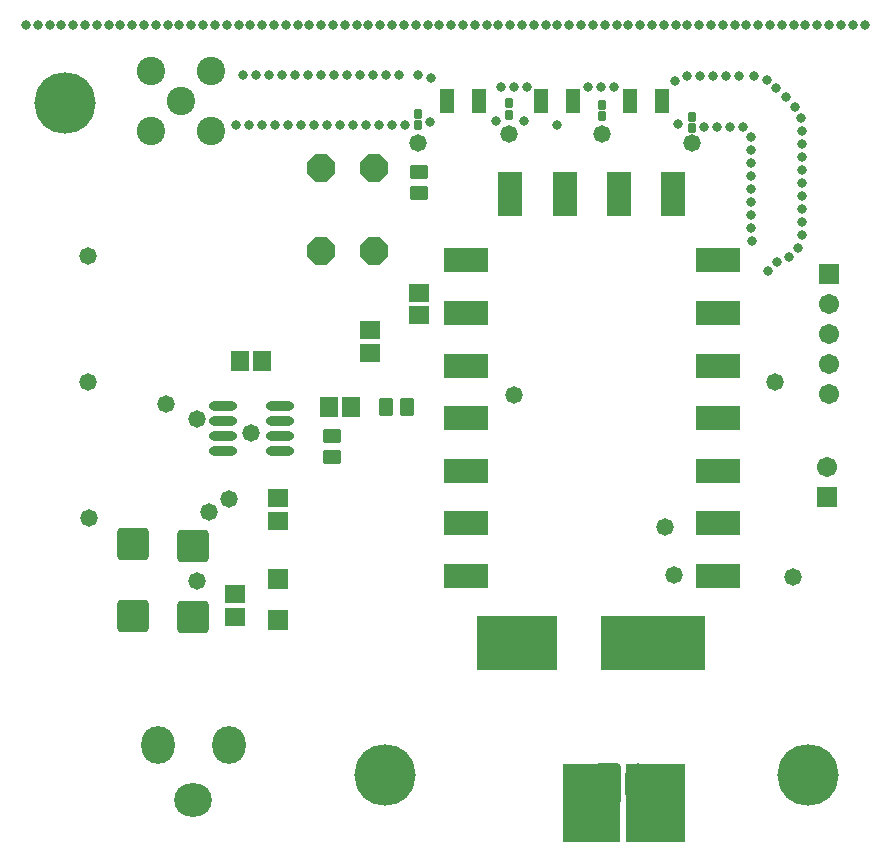
<source format=gts>
G04 Layer_Color=8388736*
%FSLAX25Y25*%
%MOIN*%
G70*
G01*
G75*
%ADD50R,0.35000X0.18000*%
%ADD51R,0.26500X0.18000*%
%ADD52R,0.06706X0.05918*%
%ADD53R,0.05918X0.06706*%
%ADD54R,0.06706X0.06706*%
G04:AMPARAMS|DCode=55|XSize=27.69mil|YSize=31.62mil|CornerRadius=5.97mil|HoleSize=0mil|Usage=FLASHONLY|Rotation=0.000|XOffset=0mil|YOffset=0mil|HoleType=Round|Shape=RoundedRectangle|*
%AMROUNDEDRECTD55*
21,1,0.02769,0.01969,0,0,0.0*
21,1,0.01575,0.03162,0,0,0.0*
1,1,0.01194,0.00787,-0.00984*
1,1,0.01194,-0.00787,-0.00984*
1,1,0.01194,-0.00787,0.00984*
1,1,0.01194,0.00787,0.00984*
%
%ADD55ROUNDEDRECTD55*%
G04:AMPARAMS|DCode=56|XSize=63.12mil|YSize=47.37mil|CornerRadius=8.92mil|HoleSize=0mil|Usage=FLASHONLY|Rotation=180.000|XOffset=0mil|YOffset=0mil|HoleType=Round|Shape=RoundedRectangle|*
%AMROUNDEDRECTD56*
21,1,0.06312,0.02953,0,0,180.0*
21,1,0.04528,0.04737,0,0,180.0*
1,1,0.01784,-0.02264,0.01476*
1,1,0.01784,0.02264,0.01476*
1,1,0.01784,0.02264,-0.01476*
1,1,0.01784,-0.02264,-0.01476*
%
%ADD56ROUNDEDRECTD56*%
G04:AMPARAMS|DCode=57|XSize=104.46mil|YSize=108.39mil|CornerRadius=13.65mil|HoleSize=0mil|Usage=FLASHONLY|Rotation=180.000|XOffset=0mil|YOffset=0mil|HoleType=Round|Shape=RoundedRectangle|*
%AMROUNDEDRECTD57*
21,1,0.10446,0.08110,0,0,180.0*
21,1,0.07717,0.10839,0,0,180.0*
1,1,0.02729,-0.03858,0.04055*
1,1,0.02729,0.03858,0.04055*
1,1,0.02729,0.03858,-0.04055*
1,1,0.02729,-0.03858,-0.04055*
%
%ADD57ROUNDEDRECTD57*%
%ADD58C,0.05800*%
%ADD59R,0.14579X0.08280*%
%ADD60R,0.08280X0.14579*%
%ADD61O,0.09461X0.03162*%
%ADD62R,0.05131X0.07887*%
%ADD63O,0.08800X0.13800*%
G04:AMPARAMS|DCode=64|XSize=138mil|YSize=88mil|CornerRadius=14mil|HoleSize=0mil|Usage=FLASHONLY|Rotation=90.000|XOffset=0mil|YOffset=0mil|HoleType=Round|Shape=RoundedRectangle|*
%AMROUNDEDRECTD64*
21,1,0.13800,0.06000,0,0,90.0*
21,1,0.11000,0.08800,0,0,90.0*
1,1,0.02800,0.03000,0.05500*
1,1,0.02800,0.03000,-0.05500*
1,1,0.02800,-0.03000,-0.05500*
1,1,0.02800,-0.03000,0.05500*
%
%ADD64ROUNDEDRECTD64*%
G04:AMPARAMS|DCode=65|XSize=63.12mil|YSize=47.37mil|CornerRadius=8.92mil|HoleSize=0mil|Usage=FLASHONLY|Rotation=270.000|XOffset=0mil|YOffset=0mil|HoleType=Round|Shape=RoundedRectangle|*
%AMROUNDEDRECTD65*
21,1,0.06312,0.02953,0,0,270.0*
21,1,0.04528,0.04737,0,0,270.0*
1,1,0.01784,-0.01476,-0.02264*
1,1,0.01784,-0.01476,0.02264*
1,1,0.01784,0.01476,0.02264*
1,1,0.01784,0.01476,-0.02264*
%
%ADD65ROUNDEDRECTD65*%
%ADD66P,0.09815X8X292.5*%
%ADD67O,0.12611X0.11036*%
%ADD68O,0.11036X0.12611*%
%ADD69C,0.06706*%
%ADD70C,0.06800*%
G04:AMPARAMS|DCode=71|XSize=68mil|YSize=68mil|CornerRadius=11.5mil|HoleSize=0mil|Usage=FLASHONLY|Rotation=90.000|XOffset=0mil|YOffset=0mil|HoleType=Round|Shape=RoundedRectangle|*
%AMROUNDEDRECTD71*
21,1,0.06800,0.04500,0,0,90.0*
21,1,0.04500,0.06800,0,0,90.0*
1,1,0.02300,0.02250,0.02250*
1,1,0.02300,0.02250,-0.02250*
1,1,0.02300,-0.02250,-0.02250*
1,1,0.02300,-0.02250,0.02250*
%
%ADD71ROUNDEDRECTD71*%
%ADD72C,0.09461*%
%ADD73C,0.20485*%
%ADD74C,0.03162*%
G36*
X1444000Y885000D02*
X1424500D01*
Y911000D01*
X1444000D01*
Y885000D01*
D02*
G37*
G36*
X1422500D02*
X1403500D01*
Y911000D01*
X1422500D01*
Y885000D01*
D02*
G37*
D50*
X1433500Y951500D02*
D03*
D51*
X1388250D02*
D03*
D52*
X1308500Y992260D02*
D03*
Y999740D02*
D03*
X1355500Y1060760D02*
D03*
Y1068240D02*
D03*
X1339000Y1055740D02*
D03*
Y1048260D02*
D03*
X1294000Y967740D02*
D03*
Y960260D02*
D03*
D53*
X1325260Y1030000D02*
D03*
X1332740D02*
D03*
X1295760Y1045500D02*
D03*
X1303240D02*
D03*
D54*
X1308500Y959110D02*
D03*
Y972890D02*
D03*
X1491500Y1000000D02*
D03*
X1492000Y1074500D02*
D03*
D55*
X1446500Y1123032D02*
D03*
Y1126968D02*
D03*
X1416500Y1127032D02*
D03*
Y1130968D02*
D03*
X1355000Y1124032D02*
D03*
Y1127969D02*
D03*
X1385500Y1127532D02*
D03*
Y1131468D02*
D03*
D56*
X1355500Y1108543D02*
D03*
Y1101457D02*
D03*
X1326500Y1020543D02*
D03*
Y1013457D02*
D03*
D57*
X1260000Y984409D02*
D03*
Y960591D02*
D03*
X1280000Y983909D02*
D03*
Y960091D02*
D03*
D58*
X1480000Y973500D02*
D03*
X1446500Y1118000D02*
D03*
X1416500Y1121000D02*
D03*
X1385500D02*
D03*
X1355000Y1118000D02*
D03*
X1292000Y999500D02*
D03*
X1285500Y995000D02*
D03*
X1440500Y974000D02*
D03*
X1437500Y990000D02*
D03*
X1474000Y1038500D02*
D03*
X1387000Y1034000D02*
D03*
X1299500Y1021500D02*
D03*
X1271000Y1031000D02*
D03*
X1281500Y1026000D02*
D03*
X1245000Y1038500D02*
D03*
Y1080500D02*
D03*
X1245500Y993000D02*
D03*
X1281500Y972000D02*
D03*
D59*
X1455201Y1079008D02*
D03*
X1455201Y1061488D02*
D03*
Y1043968D02*
D03*
Y1026449D02*
D03*
Y1008929D02*
D03*
Y991409D02*
D03*
Y973890D02*
D03*
X1370949D02*
D03*
Y991409D02*
D03*
Y1008929D02*
D03*
Y1026449D02*
D03*
Y1043968D02*
D03*
Y1061488D02*
D03*
X1370949Y1079008D02*
D03*
D60*
X1385913Y1101153D02*
D03*
X1404020D02*
D03*
X1422134D02*
D03*
X1440244D02*
D03*
D61*
X1290051Y1030500D02*
D03*
Y1025500D02*
D03*
Y1020500D02*
D03*
Y1015500D02*
D03*
X1308949Y1030500D02*
D03*
Y1025500D02*
D03*
Y1020500D02*
D03*
Y1015500D02*
D03*
D62*
X1375315Y1132000D02*
D03*
X1364685D02*
D03*
X1436315D02*
D03*
X1425685D02*
D03*
X1406815D02*
D03*
X1396185D02*
D03*
D63*
X1428500Y904500D02*
D03*
D64*
X1418500D02*
D03*
D65*
X1344457Y1030000D02*
D03*
X1351543D02*
D03*
D66*
X1322642Y1109779D02*
D03*
X1340358D02*
D03*
X1322642Y1082220D02*
D03*
X1340358D02*
D03*
D67*
X1280126Y898996D02*
D03*
D68*
X1268315Y917500D02*
D03*
X1291937D02*
D03*
D69*
X1491500Y1010000D02*
D03*
X1492000Y1034500D02*
D03*
Y1044500D02*
D03*
Y1054500D02*
D03*
Y1064500D02*
D03*
D70*
X1428500Y907000D02*
D03*
D71*
X1418500D02*
D03*
D72*
X1276000Y1132000D02*
D03*
X1286000Y1142000D02*
D03*
X1266000D02*
D03*
X1286000Y1122000D02*
D03*
X1266000D02*
D03*
D73*
X1237500Y1131500D02*
D03*
X1344000Y907500D02*
D03*
X1485000D02*
D03*
D74*
X1420419Y1136711D02*
D03*
X1416089D02*
D03*
X1411758D02*
D03*
X1401500Y1124000D02*
D03*
X1390500Y1125500D02*
D03*
X1391436Y1136892D02*
D03*
X1387106D02*
D03*
X1382775D02*
D03*
X1381000Y1125500D02*
D03*
X1462145Y1140462D02*
D03*
X1457814D02*
D03*
X1453483D02*
D03*
X1449153D02*
D03*
X1444823Y1140396D02*
D03*
X1440740Y1138952D02*
D03*
X1441735Y1124454D02*
D03*
X1450299Y1123538D02*
D03*
X1454629D02*
D03*
X1458960D02*
D03*
X1463291D02*
D03*
X1466038Y1120190D02*
D03*
Y1115859D02*
D03*
Y1111529D02*
D03*
Y1107198D02*
D03*
Y1102867D02*
D03*
Y1098537D02*
D03*
Y1094206D02*
D03*
Y1089875D02*
D03*
X1466285Y1085552D02*
D03*
X1471646Y1075528D02*
D03*
X1474731Y1078568D02*
D03*
X1478741Y1080204D02*
D03*
X1481801Y1083268D02*
D03*
X1482955Y1087442D02*
D03*
X1482962Y1091773D02*
D03*
Y1096103D02*
D03*
Y1100434D02*
D03*
Y1104765D02*
D03*
Y1109096D02*
D03*
Y1113426D02*
D03*
Y1117757D02*
D03*
Y1122088D02*
D03*
X1482724Y1126412D02*
D03*
X1480696Y1130238D02*
D03*
X1477650Y1133317D02*
D03*
X1474588Y1136379D02*
D03*
X1471337Y1139240D02*
D03*
X1467176Y1140439D02*
D03*
X1348697Y1140962D02*
D03*
X1344366D02*
D03*
X1340036D02*
D03*
X1335705D02*
D03*
X1331374D02*
D03*
X1327044D02*
D03*
X1322713D02*
D03*
X1318382D02*
D03*
X1314052D02*
D03*
X1309721D02*
D03*
X1305390D02*
D03*
X1301059D02*
D03*
X1296729D02*
D03*
X1294434Y1124038D02*
D03*
X1298765D02*
D03*
X1303095D02*
D03*
X1307426D02*
D03*
X1311757D02*
D03*
X1316087D02*
D03*
X1320418D02*
D03*
X1324749D02*
D03*
X1329080D02*
D03*
X1333410D02*
D03*
X1337741D02*
D03*
X1342072D02*
D03*
X1346402D02*
D03*
X1350733D02*
D03*
X1359237Y1125202D02*
D03*
X1359337Y1139740D02*
D03*
X1355176Y1140939D02*
D03*
X1224410Y1157481D02*
D03*
X1228347D02*
D03*
X1232284D02*
D03*
X1236221D02*
D03*
X1240158D02*
D03*
X1244095D02*
D03*
X1248032D02*
D03*
X1251969D02*
D03*
X1255906D02*
D03*
X1259843D02*
D03*
X1263780D02*
D03*
X1267717D02*
D03*
X1271654D02*
D03*
X1275591D02*
D03*
X1279528D02*
D03*
X1283465D02*
D03*
X1287402D02*
D03*
X1291339D02*
D03*
X1295276D02*
D03*
X1299213D02*
D03*
X1303150D02*
D03*
X1307087D02*
D03*
X1311024D02*
D03*
X1314961D02*
D03*
X1318898D02*
D03*
X1322835D02*
D03*
X1326772D02*
D03*
X1330709D02*
D03*
X1334646D02*
D03*
X1338583D02*
D03*
X1342520D02*
D03*
X1346457D02*
D03*
X1350394D02*
D03*
X1354331D02*
D03*
X1358268D02*
D03*
X1362206D02*
D03*
X1366142D02*
D03*
X1370080D02*
D03*
X1374016D02*
D03*
X1377954D02*
D03*
X1381890D02*
D03*
X1385828D02*
D03*
X1389764D02*
D03*
X1393701D02*
D03*
X1397639D02*
D03*
X1401576D02*
D03*
X1405513D02*
D03*
X1409450D02*
D03*
X1413387D02*
D03*
X1417324D02*
D03*
X1421261D02*
D03*
X1425198D02*
D03*
X1429135D02*
D03*
X1433072D02*
D03*
X1437009D02*
D03*
X1440946D02*
D03*
X1444883D02*
D03*
X1448820D02*
D03*
X1452757D02*
D03*
X1456694D02*
D03*
X1460631D02*
D03*
X1464568D02*
D03*
X1468505D02*
D03*
X1472442D02*
D03*
X1476379D02*
D03*
X1480316D02*
D03*
X1484253D02*
D03*
X1488190D02*
D03*
X1492127D02*
D03*
X1496064D02*
D03*
X1500001D02*
D03*
X1503938D02*
D03*
M02*

</source>
